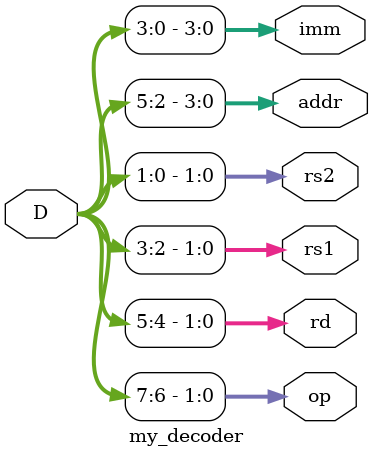
<source format=v>
module my_decoder 
(
    input   wire [7:0] D,
    output  wire [1:0] op,
    output  wire [1:0] rd,
    output  wire [1:0] rs1,
    output  wire [1:0] rs2,
    output  wire [3:0] addr,
    output  wire [3:0] imm
);
    assign op   = D[7:6];
    assign rd   = D[5:4];
    assign rs1  = D[3:2];
    assign rs2  = D[1:0];
    assign addr = D[5:2];
    assign imm  = D[3:0];
endmodule

</source>
